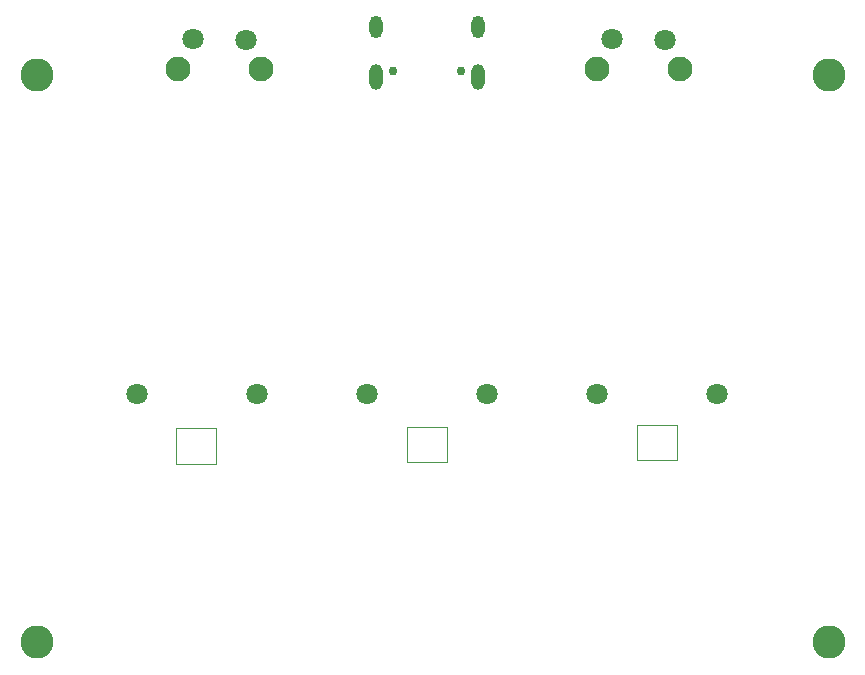
<source format=gbr>
G04 #@! TF.GenerationSoftware,KiCad,Pcbnew,(7.0.0-0)*
G04 #@! TF.CreationDate,2023-03-01T01:27:21-06:00*
G04 #@! TF.ProjectId,RP2040_minimal,52503230-3430-45f6-9d69-6e696d616c2e,REV1*
G04 #@! TF.SameCoordinates,Original*
G04 #@! TF.FileFunction,Soldermask,Top*
G04 #@! TF.FilePolarity,Negative*
%FSLAX46Y46*%
G04 Gerber Fmt 4.6, Leading zero omitted, Abs format (unit mm)*
G04 Created by KiCad (PCBNEW (7.0.0-0)) date 2023-03-01 01:27:21*
%MOMM*%
%LPD*%
G01*
G04 APERTURE LIST*
G04 #@! TA.AperFunction,Profile*
%ADD10C,0.120000*%
G04 #@! TD*
%ADD11C,1.802000*%
%ADD12C,2.102000*%
%ADD13C,2.802000*%
%ADD14C,0.752000*%
%ADD15O,1.102000X1.902000*%
%ADD16O,1.102000X2.202000*%
G04 APERTURE END LIST*
D10*
X117780000Y-132580000D02*
X117780000Y-135580000D01*
X117780000Y-135580000D02*
X121180000Y-135580000D01*
X121180000Y-132580000D02*
X117780000Y-132580000D01*
X121180000Y-135580000D02*
X121180000Y-132580000D01*
X98330000Y-132745000D02*
X98330000Y-135745000D01*
X98330000Y-135745000D02*
X101730000Y-135745000D01*
X101730000Y-132745000D02*
X98330000Y-132745000D01*
X101730000Y-135745000D02*
X101730000Y-132745000D01*
X78780000Y-132875000D02*
X78780000Y-135875000D01*
X78780000Y-135875000D02*
X82180000Y-135875000D01*
X82180000Y-132875000D02*
X78780000Y-132875000D01*
X82180000Y-135875000D02*
X82180000Y-132875000D01*
D11*
X75420000Y-130000000D03*
X85580000Y-130000000D03*
X84708000Y-99990000D03*
X80218000Y-99940000D03*
D12*
X85968000Y-102480000D03*
X78958000Y-102480000D03*
D11*
X114420000Y-130000000D03*
X124580000Y-130000000D03*
X105080000Y-130000000D03*
X94920000Y-130000000D03*
D13*
X67000000Y-103000000D03*
X67000000Y-151000000D03*
D11*
X120138000Y-99990000D03*
X115648000Y-99940000D03*
D12*
X121398000Y-102480000D03*
X114388000Y-102480000D03*
D13*
X134000000Y-103000000D03*
X134000000Y-151000000D03*
D14*
X97110000Y-102605000D03*
X102890000Y-102605000D03*
D15*
X95679999Y-98924999D03*
D16*
X95679999Y-103104999D03*
D15*
X104319999Y-98924999D03*
D16*
X104319999Y-103104999D03*
M02*

</source>
